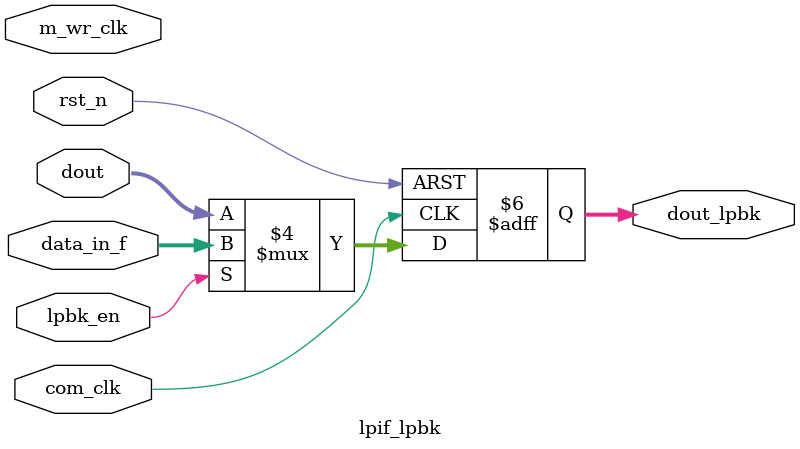
<source format=sv>

module lpif_lpbk
  #(
    parameter AIB_VERSION = 2,
    parameter AIB_GENERATION = 2,
    parameter AIB_LANES = 4,
    parameter AIB_BITS_PER_LANE = 80,
    parameter AIB_CLOCK_RATE = 1000,
    parameter LPIF_CLOCK_RATE = 1000,
    parameter LPIF_DATA_WIDTH = 64,
    parameter LPIF_PIPELINE_STAGES = 1,
    parameter MEM_CACHE_STREAM_ID = 3'b001,
    parameter IO_STREAM_ID = 3'b010,
    parameter ARB_MUX_STREAM_ID = 3'b100
    )
  (
   // AIB Interface
   input logic                                      m_wr_clk,
   input logic                                      com_clk,
   input logic                                      rst_n,

   input                                            lpbk_en,
   input logic [(AIB_LANES*AIB_BITS_PER_LANE)-1:0]  data_in_f,

   input logic [(AIB_LANES*AIB_BITS_PER_LANE)-1:0]  dout,
   output logic [(AIB_LANES*AIB_BITS_PER_LANE)-1:0] dout_lpbk
   );

  always_ff @(posedge com_clk or negedge rst_n)
    if (~rst_n)
      dout_lpbk <= {AIB_LANES*AIB_BITS_PER_LANE{1'b0}};
    else
      begin
        if (lpbk_en)
          dout_lpbk <= data_in_f;
        else
          dout_lpbk <= dout;
      end

    endmodule // lpif_lpbk

// Local Variables:
// verilog-library-directories:("." "${PROJ_DIR}/common/rtl")
// verilog-auto-inst-param-value:t
// End:

</source>
